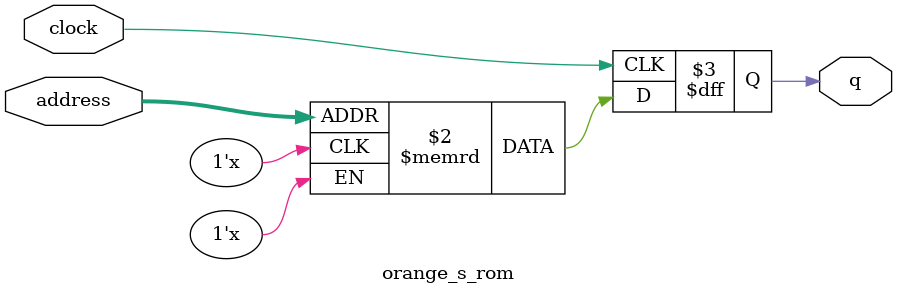
<source format=sv>
module orange_s_rom (
	input logic clock,
	input logic [10:0] address,
	output logic [0:0] q
);

logic [0:0] memory [0:1224] /* synthesis ram_init_file = "./orange_s/orange_s.mif" */;

always_ff @ (posedge clock) begin
	q <= memory[address];
end

endmodule

</source>
